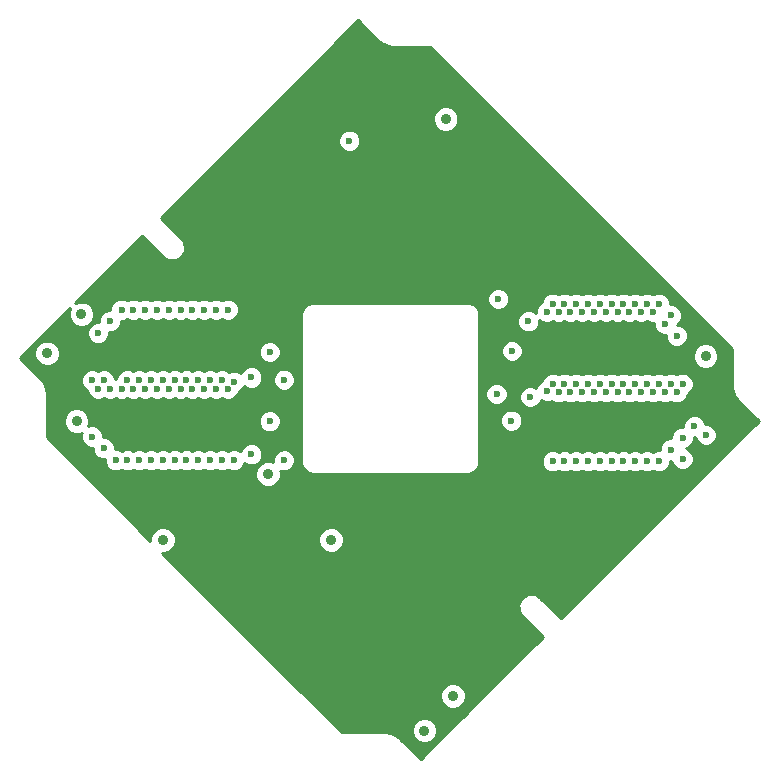
<source format=gbr>
G04 (created by PCBNEW-RS274X (2012-01-19 BZR 3256)-stable) date Wed Aug 28 15:53:45 2013*
G01*
G70*
G90*
%MOIN*%
G04 Gerber Fmt 3.4, Leading zero omitted, Abs format*
%FSLAX34Y34*%
G04 APERTURE LIST*
%ADD10C,0.006000*%
%ADD11C,0.023600*%
%ADD12C,0.035000*%
%ADD13C,0.010000*%
G04 APERTURE END LIST*
G54D10*
G54D11*
X67224Y-20295D03*
X48524Y-18209D03*
X48524Y-20453D03*
X67224Y-22480D03*
X67224Y-18012D03*
X48917Y-20453D03*
X48917Y-17815D03*
X66831Y-22874D03*
X66831Y-17618D03*
X66831Y-20295D03*
X68400Y-22000D03*
X67618Y-22800D03*
X56511Y-12189D03*
X48130Y-20453D03*
X48130Y-18602D03*
X67618Y-20295D03*
X67618Y-22087D03*
X49311Y-17815D03*
X49311Y-20453D03*
X66437Y-20295D03*
X66437Y-17618D03*
X66437Y-22874D03*
X65846Y-17894D03*
X65846Y-20571D03*
X49902Y-20177D03*
X49902Y-22835D03*
X65059Y-17894D03*
X65059Y-20571D03*
X50689Y-20177D03*
X50689Y-22835D03*
G54D12*
X58169Y-10059D03*
X55748Y-10295D03*
G54D11*
X53878Y-17756D03*
X53858Y-20433D03*
X61909Y-22854D03*
X61550Y-13700D03*
X61929Y-20295D03*
G54D12*
X68445Y-22657D03*
X68583Y-21476D03*
X57343Y-29528D03*
X47559Y-19252D03*
G54D11*
X63878Y-17894D03*
X63878Y-20571D03*
X51870Y-20177D03*
X51870Y-22835D03*
X64272Y-17894D03*
X64272Y-20571D03*
X51476Y-20177D03*
X51476Y-22835D03*
X63287Y-20295D03*
X63287Y-22874D03*
X52461Y-20453D03*
X52461Y-17815D03*
X63287Y-17618D03*
X63091Y-17894D03*
X63091Y-20531D03*
X52657Y-22835D03*
X52657Y-20217D03*
X65453Y-20571D03*
X50295Y-20177D03*
X50295Y-22835D03*
X65453Y-17894D03*
X48720Y-22835D03*
X66634Y-20571D03*
X49114Y-22835D03*
X49114Y-20177D03*
X66634Y-17894D03*
X68012Y-21693D03*
X53858Y-21535D03*
X53858Y-19232D03*
X61929Y-19193D03*
X61909Y-21516D03*
X48327Y-20177D03*
X48327Y-22441D03*
X67028Y-20571D03*
X67028Y-18287D03*
X47933Y-20177D03*
X47933Y-22047D03*
X67421Y-20571D03*
X67421Y-18681D03*
X63484Y-17894D03*
X63484Y-20571D03*
X52264Y-20177D03*
X52264Y-22835D03*
X65256Y-20295D03*
X65256Y-22874D03*
X50492Y-17815D03*
X50492Y-20453D03*
X65256Y-17618D03*
X65650Y-20295D03*
X65650Y-22874D03*
X50098Y-20453D03*
X50098Y-17815D03*
X65650Y-17618D03*
X66043Y-20295D03*
X66043Y-22874D03*
X49705Y-17815D03*
X49705Y-20453D03*
X66043Y-17618D03*
X64469Y-20295D03*
X64469Y-22874D03*
X51280Y-17815D03*
X51280Y-20453D03*
X64469Y-17618D03*
X64862Y-20295D03*
X64862Y-22874D03*
X50886Y-20453D03*
X50886Y-17815D03*
X64862Y-17618D03*
X63681Y-20295D03*
X63681Y-22874D03*
X52067Y-17815D03*
X52067Y-20453D03*
X63681Y-17618D03*
X64075Y-20295D03*
X64075Y-22874D03*
X51673Y-17815D03*
X51673Y-20453D03*
X64075Y-17618D03*
X64665Y-17894D03*
X64665Y-20571D03*
X51083Y-20177D03*
X51083Y-22835D03*
X61476Y-17461D03*
G54D12*
X46437Y-19272D03*
X47421Y-21535D03*
X59016Y-31850D03*
G54D11*
X54331Y-22835D03*
X54331Y-20157D03*
X61417Y-20630D03*
G54D12*
X53800Y-23300D03*
X55906Y-25492D03*
X50295Y-25492D03*
X47579Y-17972D03*
X68386Y-19370D03*
X59724Y-11457D03*
G54D11*
X53248Y-22638D03*
X53248Y-20079D03*
X62539Y-20728D03*
X62480Y-18209D03*
G54D12*
X59961Y-30689D03*
G54D11*
X66240Y-20571D03*
X49508Y-20177D03*
X49508Y-22835D03*
X66240Y-17894D03*
G54D10*
G36*
X70154Y-21526D02*
X68811Y-22869D01*
X68811Y-19455D01*
X68811Y-19286D01*
X68747Y-19130D01*
X68627Y-19010D01*
X68471Y-18945D01*
X68302Y-18945D01*
X68146Y-19009D01*
X68026Y-19129D01*
X67961Y-19285D01*
X67961Y-19454D01*
X68025Y-19610D01*
X68145Y-19730D01*
X68301Y-19795D01*
X68470Y-19795D01*
X68626Y-19731D01*
X68746Y-19611D01*
X68811Y-19455D01*
X68811Y-22869D01*
X68768Y-22912D01*
X68768Y-22073D01*
X68768Y-21927D01*
X68712Y-21792D01*
X68609Y-21688D01*
X68473Y-21632D01*
X68380Y-21632D01*
X68380Y-21620D01*
X68324Y-21485D01*
X68221Y-21381D01*
X68085Y-21325D01*
X67986Y-21325D01*
X67986Y-20368D01*
X67986Y-20222D01*
X67930Y-20087D01*
X67827Y-19983D01*
X67789Y-19967D01*
X67789Y-18754D01*
X67789Y-18608D01*
X67733Y-18473D01*
X67630Y-18369D01*
X67494Y-18313D01*
X67443Y-18313D01*
X67536Y-18221D01*
X67592Y-18085D01*
X67592Y-17939D01*
X67536Y-17804D01*
X67433Y-17700D01*
X67297Y-17644D01*
X67199Y-17644D01*
X67199Y-17545D01*
X67143Y-17410D01*
X67040Y-17306D01*
X66904Y-17250D01*
X66758Y-17250D01*
X66634Y-17301D01*
X66510Y-17250D01*
X66364Y-17250D01*
X66240Y-17301D01*
X66116Y-17250D01*
X65970Y-17250D01*
X65846Y-17301D01*
X65723Y-17250D01*
X65577Y-17250D01*
X65453Y-17301D01*
X65329Y-17250D01*
X65183Y-17250D01*
X65059Y-17301D01*
X64935Y-17250D01*
X64789Y-17250D01*
X64665Y-17301D01*
X64542Y-17250D01*
X64396Y-17250D01*
X64272Y-17301D01*
X64148Y-17250D01*
X64002Y-17250D01*
X63878Y-17301D01*
X63754Y-17250D01*
X63608Y-17250D01*
X63484Y-17301D01*
X63360Y-17250D01*
X63214Y-17250D01*
X63079Y-17306D01*
X62975Y-17409D01*
X62919Y-17545D01*
X62919Y-17567D01*
X62883Y-17582D01*
X62779Y-17685D01*
X62723Y-17821D01*
X62723Y-17931D01*
X62689Y-17897D01*
X62553Y-17841D01*
X62407Y-17841D01*
X62272Y-17897D01*
X62168Y-18000D01*
X62112Y-18136D01*
X62112Y-18282D01*
X62168Y-18417D01*
X62271Y-18521D01*
X62407Y-18577D01*
X62553Y-18577D01*
X62688Y-18521D01*
X62792Y-18418D01*
X62848Y-18282D01*
X62848Y-18171D01*
X62882Y-18206D01*
X63018Y-18262D01*
X63164Y-18262D01*
X63287Y-18210D01*
X63411Y-18262D01*
X63557Y-18262D01*
X63680Y-18210D01*
X63805Y-18262D01*
X63951Y-18262D01*
X64074Y-18210D01*
X64199Y-18262D01*
X64345Y-18262D01*
X64468Y-18210D01*
X64592Y-18262D01*
X64738Y-18262D01*
X64861Y-18210D01*
X64986Y-18262D01*
X65132Y-18262D01*
X65255Y-18210D01*
X65380Y-18262D01*
X65526Y-18262D01*
X65649Y-18210D01*
X65773Y-18262D01*
X65919Y-18262D01*
X66042Y-18210D01*
X66167Y-18262D01*
X66313Y-18262D01*
X66436Y-18210D01*
X66561Y-18262D01*
X66660Y-18262D01*
X66660Y-18360D01*
X66716Y-18495D01*
X66819Y-18599D01*
X66955Y-18655D01*
X67053Y-18655D01*
X67053Y-18754D01*
X67109Y-18889D01*
X67212Y-18993D01*
X67348Y-19049D01*
X67494Y-19049D01*
X67629Y-18993D01*
X67733Y-18890D01*
X67789Y-18754D01*
X67789Y-19967D01*
X67691Y-19927D01*
X67545Y-19927D01*
X67421Y-19978D01*
X67297Y-19927D01*
X67151Y-19927D01*
X67027Y-19978D01*
X66904Y-19927D01*
X66758Y-19927D01*
X66634Y-19978D01*
X66510Y-19927D01*
X66364Y-19927D01*
X66240Y-19978D01*
X66116Y-19927D01*
X65970Y-19927D01*
X65846Y-19978D01*
X65723Y-19927D01*
X65577Y-19927D01*
X65453Y-19978D01*
X65329Y-19927D01*
X65183Y-19927D01*
X65059Y-19978D01*
X64935Y-19927D01*
X64789Y-19927D01*
X64665Y-19978D01*
X64542Y-19927D01*
X64396Y-19927D01*
X64272Y-19978D01*
X64148Y-19927D01*
X64002Y-19927D01*
X63878Y-19978D01*
X63754Y-19927D01*
X63608Y-19927D01*
X63484Y-19978D01*
X63360Y-19927D01*
X63214Y-19927D01*
X63079Y-19983D01*
X62975Y-20086D01*
X62927Y-20200D01*
X62883Y-20219D01*
X62779Y-20322D01*
X62741Y-20413D01*
X62612Y-20360D01*
X62466Y-20360D01*
X62331Y-20416D01*
X62297Y-20449D01*
X62297Y-19266D01*
X62297Y-19120D01*
X62241Y-18985D01*
X62138Y-18881D01*
X62002Y-18825D01*
X61856Y-18825D01*
X61844Y-18829D01*
X61844Y-17534D01*
X61844Y-17388D01*
X61788Y-17253D01*
X61685Y-17149D01*
X61549Y-17093D01*
X61403Y-17093D01*
X61268Y-17149D01*
X61164Y-17252D01*
X61108Y-17388D01*
X61108Y-17534D01*
X61164Y-17669D01*
X61267Y-17773D01*
X61403Y-17829D01*
X61549Y-17829D01*
X61684Y-17773D01*
X61788Y-17670D01*
X61844Y-17534D01*
X61844Y-18829D01*
X61721Y-18881D01*
X61617Y-18984D01*
X61561Y-19120D01*
X61561Y-19266D01*
X61617Y-19401D01*
X61720Y-19505D01*
X61856Y-19561D01*
X62002Y-19561D01*
X62137Y-19505D01*
X62241Y-19402D01*
X62297Y-19266D01*
X62297Y-20449D01*
X62227Y-20519D01*
X62171Y-20655D01*
X62171Y-20801D01*
X62227Y-20936D01*
X62330Y-21040D01*
X62466Y-21096D01*
X62612Y-21096D01*
X62747Y-21040D01*
X62851Y-20937D01*
X62888Y-20845D01*
X63018Y-20899D01*
X63164Y-20899D01*
X63253Y-20861D01*
X63275Y-20883D01*
X63411Y-20939D01*
X63557Y-20939D01*
X63680Y-20887D01*
X63805Y-20939D01*
X63951Y-20939D01*
X64074Y-20887D01*
X64199Y-20939D01*
X64345Y-20939D01*
X64468Y-20887D01*
X64592Y-20939D01*
X64738Y-20939D01*
X64861Y-20887D01*
X64986Y-20939D01*
X65132Y-20939D01*
X65255Y-20887D01*
X65380Y-20939D01*
X65526Y-20939D01*
X65649Y-20887D01*
X65773Y-20939D01*
X65919Y-20939D01*
X66042Y-20887D01*
X66167Y-20939D01*
X66313Y-20939D01*
X66436Y-20887D01*
X66561Y-20939D01*
X66707Y-20939D01*
X66830Y-20887D01*
X66955Y-20939D01*
X67101Y-20939D01*
X67224Y-20887D01*
X67348Y-20939D01*
X67494Y-20939D01*
X67629Y-20883D01*
X67733Y-20780D01*
X67789Y-20644D01*
X67789Y-20622D01*
X67826Y-20607D01*
X67930Y-20504D01*
X67986Y-20368D01*
X67986Y-21325D01*
X67939Y-21325D01*
X67804Y-21381D01*
X67700Y-21484D01*
X67644Y-21620D01*
X67644Y-21719D01*
X67545Y-21719D01*
X67410Y-21775D01*
X67306Y-21878D01*
X67250Y-22014D01*
X67250Y-22112D01*
X67151Y-22112D01*
X67016Y-22168D01*
X66912Y-22271D01*
X66856Y-22407D01*
X66856Y-22506D01*
X66758Y-22506D01*
X66634Y-22557D01*
X66510Y-22506D01*
X66364Y-22506D01*
X66240Y-22557D01*
X66116Y-22506D01*
X65970Y-22506D01*
X65846Y-22557D01*
X65723Y-22506D01*
X65577Y-22506D01*
X65453Y-22557D01*
X65329Y-22506D01*
X65183Y-22506D01*
X65059Y-22557D01*
X64935Y-22506D01*
X64789Y-22506D01*
X64665Y-22557D01*
X64542Y-22506D01*
X64396Y-22506D01*
X64272Y-22557D01*
X64148Y-22506D01*
X64002Y-22506D01*
X63878Y-22557D01*
X63754Y-22506D01*
X63608Y-22506D01*
X63484Y-22557D01*
X63360Y-22506D01*
X63214Y-22506D01*
X63079Y-22562D01*
X62975Y-22665D01*
X62919Y-22801D01*
X62919Y-22947D01*
X62975Y-23082D01*
X63078Y-23186D01*
X63214Y-23242D01*
X63360Y-23242D01*
X63483Y-23190D01*
X63608Y-23242D01*
X63754Y-23242D01*
X63877Y-23190D01*
X64002Y-23242D01*
X64148Y-23242D01*
X64271Y-23190D01*
X64396Y-23242D01*
X64542Y-23242D01*
X64665Y-23190D01*
X64789Y-23242D01*
X64935Y-23242D01*
X65058Y-23190D01*
X65183Y-23242D01*
X65329Y-23242D01*
X65452Y-23190D01*
X65577Y-23242D01*
X65723Y-23242D01*
X65846Y-23190D01*
X65970Y-23242D01*
X66116Y-23242D01*
X66239Y-23190D01*
X66364Y-23242D01*
X66510Y-23242D01*
X66633Y-23190D01*
X66758Y-23242D01*
X66904Y-23242D01*
X67039Y-23186D01*
X67143Y-23083D01*
X67199Y-22947D01*
X67199Y-22848D01*
X67250Y-22848D01*
X67250Y-22873D01*
X67306Y-23008D01*
X67409Y-23112D01*
X67545Y-23168D01*
X67691Y-23168D01*
X67826Y-23112D01*
X67930Y-23009D01*
X67986Y-22873D01*
X67986Y-22727D01*
X67930Y-22592D01*
X67827Y-22488D01*
X67718Y-22443D01*
X67826Y-22399D01*
X67930Y-22296D01*
X67986Y-22160D01*
X67986Y-22061D01*
X68032Y-22061D01*
X68032Y-22073D01*
X68088Y-22208D01*
X68191Y-22312D01*
X68327Y-22368D01*
X68473Y-22368D01*
X68608Y-22312D01*
X68712Y-22209D01*
X68768Y-22073D01*
X68768Y-22912D01*
X63574Y-28106D01*
X62883Y-27416D01*
X62860Y-27400D01*
X62841Y-27382D01*
X62783Y-27344D01*
X62692Y-27308D01*
X62622Y-27295D01*
X62620Y-27295D01*
X62618Y-27295D01*
X62524Y-27296D01*
X62521Y-27297D01*
X62453Y-27312D01*
X62364Y-27351D01*
X62307Y-27389D01*
X62305Y-27391D01*
X62277Y-27420D01*
X62277Y-21589D01*
X62277Y-21443D01*
X62221Y-21308D01*
X62118Y-21204D01*
X61982Y-21148D01*
X61836Y-21148D01*
X61785Y-21169D01*
X61785Y-20703D01*
X61785Y-20557D01*
X61729Y-20422D01*
X61626Y-20318D01*
X61490Y-20262D01*
X61344Y-20262D01*
X61209Y-20318D01*
X61105Y-20421D01*
X61049Y-20557D01*
X61049Y-20703D01*
X61105Y-20838D01*
X61208Y-20942D01*
X61344Y-20998D01*
X61490Y-20998D01*
X61625Y-20942D01*
X61729Y-20839D01*
X61785Y-20703D01*
X61785Y-21169D01*
X61701Y-21204D01*
X61597Y-21307D01*
X61541Y-21443D01*
X61541Y-21589D01*
X61597Y-21724D01*
X61700Y-21828D01*
X61836Y-21884D01*
X61982Y-21884D01*
X62117Y-21828D01*
X62221Y-21725D01*
X62277Y-21589D01*
X62277Y-27420D01*
X62237Y-27462D01*
X62199Y-27520D01*
X62163Y-27611D01*
X62150Y-27681D01*
X62150Y-27682D01*
X62150Y-27683D01*
X62150Y-27685D01*
X62151Y-27779D01*
X62152Y-27781D01*
X62167Y-27849D01*
X62206Y-27939D01*
X62245Y-27997D01*
X62271Y-28022D01*
X62275Y-28028D01*
X62963Y-28717D01*
X60846Y-30834D01*
X60846Y-22902D01*
X60846Y-17980D01*
X60841Y-17954D01*
X60841Y-17931D01*
X60831Y-17880D01*
X60831Y-17879D01*
X60806Y-17818D01*
X60795Y-17790D01*
X60794Y-17789D01*
X60794Y-17788D01*
X60764Y-17743D01*
X60763Y-17742D01*
X60695Y-17674D01*
X60694Y-17673D01*
X60649Y-17643D01*
X60646Y-17642D01*
X60597Y-17622D01*
X60558Y-17606D01*
X60556Y-17605D01*
X60505Y-17596D01*
X60482Y-17596D01*
X60457Y-17591D01*
X60149Y-17591D01*
X60149Y-11542D01*
X60149Y-11373D01*
X60085Y-11217D01*
X59965Y-11097D01*
X59809Y-11032D01*
X59640Y-11032D01*
X59484Y-11096D01*
X59364Y-11216D01*
X59299Y-11372D01*
X59299Y-11541D01*
X59363Y-11697D01*
X59483Y-11817D01*
X59639Y-11882D01*
X59808Y-11882D01*
X59964Y-11818D01*
X60084Y-11698D01*
X60149Y-11542D01*
X60149Y-17591D01*
X56879Y-17591D01*
X56879Y-12262D01*
X56879Y-12116D01*
X56823Y-11981D01*
X56720Y-11877D01*
X56584Y-11821D01*
X56438Y-11821D01*
X56303Y-11877D01*
X56199Y-11980D01*
X56143Y-12116D01*
X56143Y-12262D01*
X56199Y-12397D01*
X56302Y-12501D01*
X56438Y-12557D01*
X56584Y-12557D01*
X56719Y-12501D01*
X56823Y-12398D01*
X56879Y-12262D01*
X56879Y-17591D01*
X55299Y-17591D01*
X55280Y-17594D01*
X55248Y-17595D01*
X55195Y-17606D01*
X55158Y-17621D01*
X55109Y-17641D01*
X55064Y-17670D01*
X55058Y-17675D01*
X55057Y-17676D01*
X55043Y-17690D01*
X54994Y-17738D01*
X54991Y-17743D01*
X54989Y-17746D01*
X54960Y-17790D01*
X54940Y-17839D01*
X54925Y-17876D01*
X54914Y-17929D01*
X54913Y-17956D01*
X54909Y-17980D01*
X54909Y-22902D01*
X54915Y-22932D01*
X54915Y-22950D01*
X54924Y-23001D01*
X54925Y-23003D01*
X54941Y-23042D01*
X54961Y-23091D01*
X54962Y-23094D01*
X54992Y-23139D01*
X54993Y-23140D01*
X55061Y-23208D01*
X55062Y-23209D01*
X55107Y-23239D01*
X55108Y-23239D01*
X55109Y-23240D01*
X55137Y-23251D01*
X55198Y-23276D01*
X55199Y-23276D01*
X55250Y-23286D01*
X55273Y-23286D01*
X55299Y-23291D01*
X60457Y-23291D01*
X60482Y-23286D01*
X60505Y-23286D01*
X60556Y-23277D01*
X60558Y-23276D01*
X60597Y-23260D01*
X60646Y-23240D01*
X60649Y-23239D01*
X60694Y-23209D01*
X60695Y-23208D01*
X60763Y-23140D01*
X60764Y-23139D01*
X60794Y-23094D01*
X60794Y-23092D01*
X60795Y-23092D01*
X60806Y-23063D01*
X60831Y-23003D01*
X60831Y-23002D01*
X60841Y-22951D01*
X60841Y-22927D01*
X60846Y-22902D01*
X60846Y-30834D01*
X60386Y-31294D01*
X60386Y-30774D01*
X60386Y-30605D01*
X60322Y-30449D01*
X60202Y-30329D01*
X60046Y-30264D01*
X59877Y-30264D01*
X59721Y-30328D01*
X59601Y-30448D01*
X59536Y-30604D01*
X59536Y-30773D01*
X59600Y-30929D01*
X59720Y-31049D01*
X59876Y-31114D01*
X60045Y-31114D01*
X60201Y-31050D01*
X60321Y-30930D01*
X60386Y-30774D01*
X60386Y-31294D01*
X59441Y-32239D01*
X59441Y-31935D01*
X59441Y-31766D01*
X59377Y-31610D01*
X59257Y-31490D01*
X59101Y-31425D01*
X58932Y-31425D01*
X58776Y-31489D01*
X58656Y-31609D01*
X58591Y-31765D01*
X58591Y-31934D01*
X58655Y-32090D01*
X58775Y-32210D01*
X58931Y-32275D01*
X59100Y-32275D01*
X59256Y-32211D01*
X59376Y-32091D01*
X59441Y-31935D01*
X59441Y-32239D01*
X58886Y-32794D01*
X58214Y-32122D01*
X58213Y-32120D01*
X58165Y-32072D01*
X58135Y-32051D01*
X58105Y-32026D01*
X57971Y-31953D01*
X57941Y-31943D01*
X57877Y-31923D01*
X57725Y-31907D01*
X57723Y-31907D01*
X57713Y-31905D01*
X56913Y-31905D01*
X56567Y-31905D01*
X56331Y-31905D01*
X56331Y-25577D01*
X56331Y-25408D01*
X56267Y-25252D01*
X56147Y-25132D01*
X55991Y-25067D01*
X55822Y-25067D01*
X55666Y-25131D01*
X55546Y-25251D01*
X55481Y-25407D01*
X55481Y-25576D01*
X55545Y-25732D01*
X55665Y-25852D01*
X55821Y-25917D01*
X55990Y-25917D01*
X56146Y-25853D01*
X56266Y-25733D01*
X56331Y-25577D01*
X56331Y-31905D01*
X56258Y-31905D01*
X54699Y-30346D01*
X54699Y-22908D01*
X54699Y-22762D01*
X54699Y-20230D01*
X54699Y-20084D01*
X54643Y-19949D01*
X54540Y-19845D01*
X54404Y-19789D01*
X54258Y-19789D01*
X54226Y-19802D01*
X54226Y-19305D01*
X54226Y-19159D01*
X54170Y-19024D01*
X54067Y-18920D01*
X53931Y-18864D01*
X53785Y-18864D01*
X53650Y-18920D01*
X53546Y-19023D01*
X53490Y-19159D01*
X53490Y-19305D01*
X53546Y-19440D01*
X53649Y-19544D01*
X53785Y-19600D01*
X53931Y-19600D01*
X54066Y-19544D01*
X54170Y-19441D01*
X54226Y-19305D01*
X54226Y-19802D01*
X54123Y-19845D01*
X54019Y-19948D01*
X53963Y-20084D01*
X53963Y-20230D01*
X54019Y-20365D01*
X54122Y-20469D01*
X54258Y-20525D01*
X54404Y-20525D01*
X54539Y-20469D01*
X54643Y-20366D01*
X54699Y-20230D01*
X54699Y-22762D01*
X54643Y-22627D01*
X54540Y-22523D01*
X54404Y-22467D01*
X54258Y-22467D01*
X54226Y-22480D01*
X54226Y-21608D01*
X54226Y-21462D01*
X54170Y-21327D01*
X54067Y-21223D01*
X53931Y-21167D01*
X53785Y-21167D01*
X53650Y-21223D01*
X53616Y-21256D01*
X53616Y-20152D01*
X53616Y-20006D01*
X53560Y-19871D01*
X53457Y-19767D01*
X53321Y-19711D01*
X53175Y-19711D01*
X53040Y-19767D01*
X52936Y-19870D01*
X52905Y-19944D01*
X52866Y-19905D01*
X52829Y-19889D01*
X52829Y-17888D01*
X52829Y-17742D01*
X52773Y-17607D01*
X52670Y-17503D01*
X52534Y-17447D01*
X52388Y-17447D01*
X52264Y-17498D01*
X52140Y-17447D01*
X51994Y-17447D01*
X51870Y-17498D01*
X51746Y-17447D01*
X51600Y-17447D01*
X51476Y-17498D01*
X51353Y-17447D01*
X51207Y-17447D01*
X51083Y-17498D01*
X50959Y-17447D01*
X50813Y-17447D01*
X50689Y-17498D01*
X50565Y-17447D01*
X50419Y-17447D01*
X50295Y-17498D01*
X50171Y-17447D01*
X50025Y-17447D01*
X49901Y-17498D01*
X49778Y-17447D01*
X49632Y-17447D01*
X49508Y-17498D01*
X49384Y-17447D01*
X49238Y-17447D01*
X49114Y-17498D01*
X48990Y-17447D01*
X48844Y-17447D01*
X48709Y-17503D01*
X48605Y-17606D01*
X48549Y-17742D01*
X48549Y-17841D01*
X48451Y-17841D01*
X48316Y-17897D01*
X48212Y-18000D01*
X48156Y-18136D01*
X48156Y-18234D01*
X48057Y-18234D01*
X47922Y-18290D01*
X47818Y-18393D01*
X47762Y-18529D01*
X47762Y-18675D01*
X47818Y-18810D01*
X47921Y-18914D01*
X48057Y-18970D01*
X48203Y-18970D01*
X48338Y-18914D01*
X48442Y-18811D01*
X48498Y-18675D01*
X48498Y-18577D01*
X48597Y-18577D01*
X48732Y-18521D01*
X48836Y-18418D01*
X48892Y-18282D01*
X48892Y-18183D01*
X48990Y-18183D01*
X49113Y-18131D01*
X49238Y-18183D01*
X49384Y-18183D01*
X49507Y-18131D01*
X49632Y-18183D01*
X49778Y-18183D01*
X49901Y-18131D01*
X50025Y-18183D01*
X50171Y-18183D01*
X50294Y-18131D01*
X50419Y-18183D01*
X50565Y-18183D01*
X50688Y-18131D01*
X50813Y-18183D01*
X50959Y-18183D01*
X51082Y-18131D01*
X51207Y-18183D01*
X51353Y-18183D01*
X51476Y-18131D01*
X51600Y-18183D01*
X51746Y-18183D01*
X51869Y-18131D01*
X51994Y-18183D01*
X52140Y-18183D01*
X52263Y-18131D01*
X52388Y-18183D01*
X52534Y-18183D01*
X52669Y-18127D01*
X52773Y-18024D01*
X52829Y-17888D01*
X52829Y-19889D01*
X52730Y-19849D01*
X52584Y-19849D01*
X52494Y-19886D01*
X52473Y-19865D01*
X52337Y-19809D01*
X52191Y-19809D01*
X52067Y-19860D01*
X51943Y-19809D01*
X51797Y-19809D01*
X51673Y-19860D01*
X51549Y-19809D01*
X51403Y-19809D01*
X51279Y-19860D01*
X51156Y-19809D01*
X51010Y-19809D01*
X50886Y-19860D01*
X50762Y-19809D01*
X50616Y-19809D01*
X50492Y-19860D01*
X50368Y-19809D01*
X50222Y-19809D01*
X50098Y-19860D01*
X49975Y-19809D01*
X49829Y-19809D01*
X49705Y-19860D01*
X49581Y-19809D01*
X49435Y-19809D01*
X49311Y-19860D01*
X49187Y-19809D01*
X49041Y-19809D01*
X48906Y-19865D01*
X48802Y-19968D01*
X48746Y-20104D01*
X48746Y-20125D01*
X48720Y-20136D01*
X48695Y-20125D01*
X48695Y-20104D01*
X48639Y-19969D01*
X48536Y-19865D01*
X48400Y-19809D01*
X48254Y-19809D01*
X48130Y-19860D01*
X48006Y-19809D01*
X47860Y-19809D01*
X47725Y-19865D01*
X47621Y-19968D01*
X47565Y-20104D01*
X47565Y-20250D01*
X47621Y-20385D01*
X47724Y-20489D01*
X47762Y-20504D01*
X47762Y-20526D01*
X47818Y-20661D01*
X47921Y-20765D01*
X48057Y-20821D01*
X48203Y-20821D01*
X48326Y-20769D01*
X48451Y-20821D01*
X48597Y-20821D01*
X48720Y-20769D01*
X48844Y-20821D01*
X48990Y-20821D01*
X49113Y-20769D01*
X49238Y-20821D01*
X49384Y-20821D01*
X49507Y-20769D01*
X49632Y-20821D01*
X49778Y-20821D01*
X49901Y-20769D01*
X50025Y-20821D01*
X50171Y-20821D01*
X50294Y-20769D01*
X50419Y-20821D01*
X50565Y-20821D01*
X50688Y-20769D01*
X50813Y-20821D01*
X50959Y-20821D01*
X51082Y-20769D01*
X51207Y-20821D01*
X51353Y-20821D01*
X51476Y-20769D01*
X51600Y-20821D01*
X51746Y-20821D01*
X51869Y-20769D01*
X51994Y-20821D01*
X52140Y-20821D01*
X52263Y-20769D01*
X52388Y-20821D01*
X52534Y-20821D01*
X52669Y-20765D01*
X52773Y-20662D01*
X52820Y-20547D01*
X52865Y-20529D01*
X52969Y-20426D01*
X52999Y-20351D01*
X53039Y-20391D01*
X53175Y-20447D01*
X53321Y-20447D01*
X53456Y-20391D01*
X53560Y-20288D01*
X53616Y-20152D01*
X53616Y-21256D01*
X53546Y-21326D01*
X53490Y-21462D01*
X53490Y-21608D01*
X53546Y-21743D01*
X53649Y-21847D01*
X53785Y-21903D01*
X53931Y-21903D01*
X54066Y-21847D01*
X54170Y-21744D01*
X54226Y-21608D01*
X54226Y-22480D01*
X54123Y-22523D01*
X54019Y-22626D01*
X53963Y-22762D01*
X53963Y-22907D01*
X53885Y-22875D01*
X53716Y-22875D01*
X53616Y-22916D01*
X53616Y-22711D01*
X53616Y-22565D01*
X53560Y-22430D01*
X53457Y-22326D01*
X53321Y-22270D01*
X53175Y-22270D01*
X53040Y-22326D01*
X52936Y-22429D01*
X52888Y-22545D01*
X52866Y-22523D01*
X52730Y-22467D01*
X52584Y-22467D01*
X52460Y-22518D01*
X52337Y-22467D01*
X52191Y-22467D01*
X52067Y-22518D01*
X51943Y-22467D01*
X51797Y-22467D01*
X51673Y-22518D01*
X51549Y-22467D01*
X51403Y-22467D01*
X51279Y-22518D01*
X51156Y-22467D01*
X51010Y-22467D01*
X50886Y-22518D01*
X50762Y-22467D01*
X50616Y-22467D01*
X50492Y-22518D01*
X50368Y-22467D01*
X50222Y-22467D01*
X50098Y-22518D01*
X49975Y-22467D01*
X49829Y-22467D01*
X49705Y-22518D01*
X49581Y-22467D01*
X49435Y-22467D01*
X49311Y-22518D01*
X49187Y-22467D01*
X49041Y-22467D01*
X48917Y-22518D01*
X48793Y-22467D01*
X48695Y-22467D01*
X48695Y-22368D01*
X48639Y-22233D01*
X48536Y-22129D01*
X48400Y-22073D01*
X48301Y-22073D01*
X48301Y-21974D01*
X48245Y-21839D01*
X48142Y-21735D01*
X48006Y-21679D01*
X47860Y-21679D01*
X47813Y-21698D01*
X47846Y-21620D01*
X47846Y-21451D01*
X47782Y-21295D01*
X47662Y-21175D01*
X47506Y-21110D01*
X47337Y-21110D01*
X47181Y-21174D01*
X47061Y-21294D01*
X46996Y-21450D01*
X46996Y-21619D01*
X47060Y-21775D01*
X47180Y-21895D01*
X47336Y-21960D01*
X47505Y-21960D01*
X47584Y-21927D01*
X47565Y-21974D01*
X47565Y-22120D01*
X47621Y-22255D01*
X47724Y-22359D01*
X47860Y-22415D01*
X47959Y-22415D01*
X47959Y-22514D01*
X48015Y-22649D01*
X48118Y-22753D01*
X48254Y-22809D01*
X48352Y-22809D01*
X48352Y-22908D01*
X48408Y-23043D01*
X48511Y-23147D01*
X48647Y-23203D01*
X48793Y-23203D01*
X48916Y-23151D01*
X49041Y-23203D01*
X49187Y-23203D01*
X49310Y-23151D01*
X49435Y-23203D01*
X49581Y-23203D01*
X49704Y-23151D01*
X49829Y-23203D01*
X49975Y-23203D01*
X50098Y-23151D01*
X50222Y-23203D01*
X50368Y-23203D01*
X50491Y-23151D01*
X50616Y-23203D01*
X50762Y-23203D01*
X50885Y-23151D01*
X51010Y-23203D01*
X51156Y-23203D01*
X51279Y-23151D01*
X51403Y-23203D01*
X51549Y-23203D01*
X51672Y-23151D01*
X51797Y-23203D01*
X51943Y-23203D01*
X52066Y-23151D01*
X52191Y-23203D01*
X52337Y-23203D01*
X52460Y-23151D01*
X52584Y-23203D01*
X52730Y-23203D01*
X52865Y-23147D01*
X52969Y-23044D01*
X53016Y-22927D01*
X53039Y-22950D01*
X53175Y-23006D01*
X53321Y-23006D01*
X53456Y-22950D01*
X53560Y-22847D01*
X53616Y-22711D01*
X53616Y-22916D01*
X53560Y-22939D01*
X53440Y-23059D01*
X53375Y-23215D01*
X53375Y-23384D01*
X53439Y-23540D01*
X53559Y-23660D01*
X53715Y-23725D01*
X53884Y-23725D01*
X54040Y-23661D01*
X54160Y-23541D01*
X54225Y-23385D01*
X54225Y-23216D01*
X54211Y-23184D01*
X54258Y-23203D01*
X54404Y-23203D01*
X54539Y-23147D01*
X54643Y-23044D01*
X54699Y-22908D01*
X54699Y-30346D01*
X50270Y-25917D01*
X50379Y-25917D01*
X50535Y-25853D01*
X50655Y-25733D01*
X50720Y-25577D01*
X50720Y-25408D01*
X50656Y-25252D01*
X50536Y-25132D01*
X50380Y-25067D01*
X50211Y-25067D01*
X50055Y-25131D01*
X49935Y-25251D01*
X49870Y-25407D01*
X49870Y-25516D01*
X46862Y-22508D01*
X46862Y-19357D01*
X46862Y-19188D01*
X46798Y-19032D01*
X46678Y-18912D01*
X46522Y-18847D01*
X46353Y-18847D01*
X46197Y-18911D01*
X46077Y-19031D01*
X46012Y-19187D01*
X46012Y-19356D01*
X46076Y-19512D01*
X46196Y-19632D01*
X46352Y-19697D01*
X46521Y-19697D01*
X46677Y-19633D01*
X46797Y-19513D01*
X46862Y-19357D01*
X46862Y-22508D01*
X46421Y-22067D01*
X46421Y-21756D01*
X46421Y-21413D01*
X46421Y-20626D01*
X46421Y-20610D01*
X46421Y-20557D01*
X46414Y-20524D01*
X46411Y-20486D01*
X46368Y-20339D01*
X46323Y-20252D01*
X46320Y-20249D01*
X46227Y-20132D01*
X46223Y-20129D01*
X46217Y-20119D01*
X45535Y-19437D01*
X47202Y-17770D01*
X47154Y-17887D01*
X47154Y-18056D01*
X47218Y-18212D01*
X47338Y-18332D01*
X47494Y-18397D01*
X47663Y-18397D01*
X47819Y-18333D01*
X47939Y-18213D01*
X48004Y-18057D01*
X48004Y-17888D01*
X47940Y-17732D01*
X47820Y-17612D01*
X47664Y-17547D01*
X47495Y-17547D01*
X47378Y-17595D01*
X49606Y-15367D01*
X50294Y-16055D01*
X50298Y-16058D01*
X50330Y-16089D01*
X50390Y-16128D01*
X50391Y-16128D01*
X50393Y-16130D01*
X50442Y-16149D01*
X50480Y-16165D01*
X50481Y-16164D01*
X50484Y-16166D01*
X50556Y-16179D01*
X50558Y-16178D01*
X50559Y-16179D01*
X50654Y-16177D01*
X50656Y-16177D01*
X50722Y-16162D01*
X50724Y-16162D01*
X50725Y-16161D01*
X50727Y-16161D01*
X50745Y-16152D01*
X50814Y-16123D01*
X50816Y-16121D01*
X50873Y-16083D01*
X50873Y-16082D01*
X50874Y-16082D01*
X50942Y-16013D01*
X50943Y-16012D01*
X50982Y-15952D01*
X50982Y-15950D01*
X50984Y-15949D01*
X51003Y-15899D01*
X51019Y-15862D01*
X51018Y-15860D01*
X51020Y-15858D01*
X51033Y-15786D01*
X51032Y-15783D01*
X51033Y-15783D01*
X51031Y-15688D01*
X51031Y-15685D01*
X51015Y-15617D01*
X51015Y-15615D01*
X50998Y-15577D01*
X50977Y-15527D01*
X50975Y-15525D01*
X50936Y-15468D01*
X50912Y-15445D01*
X50906Y-15435D01*
X50221Y-14751D01*
X56802Y-08170D01*
X57480Y-08848D01*
X57483Y-08851D01*
X57528Y-08896D01*
X57554Y-08913D01*
X57583Y-08937D01*
X57717Y-09011D01*
X57718Y-09011D01*
X57810Y-09040D01*
X57810Y-09039D01*
X57811Y-09040D01*
X57963Y-09057D01*
X57965Y-09056D01*
X57976Y-09059D01*
X58776Y-09059D01*
X59203Y-09059D01*
X69268Y-19124D01*
X69268Y-19551D01*
X69268Y-20339D01*
X69268Y-20408D01*
X69274Y-20440D01*
X69278Y-20479D01*
X69321Y-20626D01*
X69366Y-20713D01*
X69462Y-20832D01*
X69473Y-20841D01*
X69480Y-20851D01*
X70154Y-21526D01*
X70154Y-21526D01*
G37*
G54D13*
X70154Y-21526D02*
X68811Y-22869D01*
X68811Y-19455D01*
X68811Y-19286D01*
X68747Y-19130D01*
X68627Y-19010D01*
X68471Y-18945D01*
X68302Y-18945D01*
X68146Y-19009D01*
X68026Y-19129D01*
X67961Y-19285D01*
X67961Y-19454D01*
X68025Y-19610D01*
X68145Y-19730D01*
X68301Y-19795D01*
X68470Y-19795D01*
X68626Y-19731D01*
X68746Y-19611D01*
X68811Y-19455D01*
X68811Y-22869D01*
X68768Y-22912D01*
X68768Y-22073D01*
X68768Y-21927D01*
X68712Y-21792D01*
X68609Y-21688D01*
X68473Y-21632D01*
X68380Y-21632D01*
X68380Y-21620D01*
X68324Y-21485D01*
X68221Y-21381D01*
X68085Y-21325D01*
X67986Y-21325D01*
X67986Y-20368D01*
X67986Y-20222D01*
X67930Y-20087D01*
X67827Y-19983D01*
X67789Y-19967D01*
X67789Y-18754D01*
X67789Y-18608D01*
X67733Y-18473D01*
X67630Y-18369D01*
X67494Y-18313D01*
X67443Y-18313D01*
X67536Y-18221D01*
X67592Y-18085D01*
X67592Y-17939D01*
X67536Y-17804D01*
X67433Y-17700D01*
X67297Y-17644D01*
X67199Y-17644D01*
X67199Y-17545D01*
X67143Y-17410D01*
X67040Y-17306D01*
X66904Y-17250D01*
X66758Y-17250D01*
X66634Y-17301D01*
X66510Y-17250D01*
X66364Y-17250D01*
X66240Y-17301D01*
X66116Y-17250D01*
X65970Y-17250D01*
X65846Y-17301D01*
X65723Y-17250D01*
X65577Y-17250D01*
X65453Y-17301D01*
X65329Y-17250D01*
X65183Y-17250D01*
X65059Y-17301D01*
X64935Y-17250D01*
X64789Y-17250D01*
X64665Y-17301D01*
X64542Y-17250D01*
X64396Y-17250D01*
X64272Y-17301D01*
X64148Y-17250D01*
X64002Y-17250D01*
X63878Y-17301D01*
X63754Y-17250D01*
X63608Y-17250D01*
X63484Y-17301D01*
X63360Y-17250D01*
X63214Y-17250D01*
X63079Y-17306D01*
X62975Y-17409D01*
X62919Y-17545D01*
X62919Y-17567D01*
X62883Y-17582D01*
X62779Y-17685D01*
X62723Y-17821D01*
X62723Y-17931D01*
X62689Y-17897D01*
X62553Y-17841D01*
X62407Y-17841D01*
X62272Y-17897D01*
X62168Y-18000D01*
X62112Y-18136D01*
X62112Y-18282D01*
X62168Y-18417D01*
X62271Y-18521D01*
X62407Y-18577D01*
X62553Y-18577D01*
X62688Y-18521D01*
X62792Y-18418D01*
X62848Y-18282D01*
X62848Y-18171D01*
X62882Y-18206D01*
X63018Y-18262D01*
X63164Y-18262D01*
X63287Y-18210D01*
X63411Y-18262D01*
X63557Y-18262D01*
X63680Y-18210D01*
X63805Y-18262D01*
X63951Y-18262D01*
X64074Y-18210D01*
X64199Y-18262D01*
X64345Y-18262D01*
X64468Y-18210D01*
X64592Y-18262D01*
X64738Y-18262D01*
X64861Y-18210D01*
X64986Y-18262D01*
X65132Y-18262D01*
X65255Y-18210D01*
X65380Y-18262D01*
X65526Y-18262D01*
X65649Y-18210D01*
X65773Y-18262D01*
X65919Y-18262D01*
X66042Y-18210D01*
X66167Y-18262D01*
X66313Y-18262D01*
X66436Y-18210D01*
X66561Y-18262D01*
X66660Y-18262D01*
X66660Y-18360D01*
X66716Y-18495D01*
X66819Y-18599D01*
X66955Y-18655D01*
X67053Y-18655D01*
X67053Y-18754D01*
X67109Y-18889D01*
X67212Y-18993D01*
X67348Y-19049D01*
X67494Y-19049D01*
X67629Y-18993D01*
X67733Y-18890D01*
X67789Y-18754D01*
X67789Y-19967D01*
X67691Y-19927D01*
X67545Y-19927D01*
X67421Y-19978D01*
X67297Y-19927D01*
X67151Y-19927D01*
X67027Y-19978D01*
X66904Y-19927D01*
X66758Y-19927D01*
X66634Y-19978D01*
X66510Y-19927D01*
X66364Y-19927D01*
X66240Y-19978D01*
X66116Y-19927D01*
X65970Y-19927D01*
X65846Y-19978D01*
X65723Y-19927D01*
X65577Y-19927D01*
X65453Y-19978D01*
X65329Y-19927D01*
X65183Y-19927D01*
X65059Y-19978D01*
X64935Y-19927D01*
X64789Y-19927D01*
X64665Y-19978D01*
X64542Y-19927D01*
X64396Y-19927D01*
X64272Y-19978D01*
X64148Y-19927D01*
X64002Y-19927D01*
X63878Y-19978D01*
X63754Y-19927D01*
X63608Y-19927D01*
X63484Y-19978D01*
X63360Y-19927D01*
X63214Y-19927D01*
X63079Y-19983D01*
X62975Y-20086D01*
X62927Y-20200D01*
X62883Y-20219D01*
X62779Y-20322D01*
X62741Y-20413D01*
X62612Y-20360D01*
X62466Y-20360D01*
X62331Y-20416D01*
X62297Y-20449D01*
X62297Y-19266D01*
X62297Y-19120D01*
X62241Y-18985D01*
X62138Y-18881D01*
X62002Y-18825D01*
X61856Y-18825D01*
X61844Y-18829D01*
X61844Y-17534D01*
X61844Y-17388D01*
X61788Y-17253D01*
X61685Y-17149D01*
X61549Y-17093D01*
X61403Y-17093D01*
X61268Y-17149D01*
X61164Y-17252D01*
X61108Y-17388D01*
X61108Y-17534D01*
X61164Y-17669D01*
X61267Y-17773D01*
X61403Y-17829D01*
X61549Y-17829D01*
X61684Y-17773D01*
X61788Y-17670D01*
X61844Y-17534D01*
X61844Y-18829D01*
X61721Y-18881D01*
X61617Y-18984D01*
X61561Y-19120D01*
X61561Y-19266D01*
X61617Y-19401D01*
X61720Y-19505D01*
X61856Y-19561D01*
X62002Y-19561D01*
X62137Y-19505D01*
X62241Y-19402D01*
X62297Y-19266D01*
X62297Y-20449D01*
X62227Y-20519D01*
X62171Y-20655D01*
X62171Y-20801D01*
X62227Y-20936D01*
X62330Y-21040D01*
X62466Y-21096D01*
X62612Y-21096D01*
X62747Y-21040D01*
X62851Y-20937D01*
X62888Y-20845D01*
X63018Y-20899D01*
X63164Y-20899D01*
X63253Y-20861D01*
X63275Y-20883D01*
X63411Y-20939D01*
X63557Y-20939D01*
X63680Y-20887D01*
X63805Y-20939D01*
X63951Y-20939D01*
X64074Y-20887D01*
X64199Y-20939D01*
X64345Y-20939D01*
X64468Y-20887D01*
X64592Y-20939D01*
X64738Y-20939D01*
X64861Y-20887D01*
X64986Y-20939D01*
X65132Y-20939D01*
X65255Y-20887D01*
X65380Y-20939D01*
X65526Y-20939D01*
X65649Y-20887D01*
X65773Y-20939D01*
X65919Y-20939D01*
X66042Y-20887D01*
X66167Y-20939D01*
X66313Y-20939D01*
X66436Y-20887D01*
X66561Y-20939D01*
X66707Y-20939D01*
X66830Y-20887D01*
X66955Y-20939D01*
X67101Y-20939D01*
X67224Y-20887D01*
X67348Y-20939D01*
X67494Y-20939D01*
X67629Y-20883D01*
X67733Y-20780D01*
X67789Y-20644D01*
X67789Y-20622D01*
X67826Y-20607D01*
X67930Y-20504D01*
X67986Y-20368D01*
X67986Y-21325D01*
X67939Y-21325D01*
X67804Y-21381D01*
X67700Y-21484D01*
X67644Y-21620D01*
X67644Y-21719D01*
X67545Y-21719D01*
X67410Y-21775D01*
X67306Y-21878D01*
X67250Y-22014D01*
X67250Y-22112D01*
X67151Y-22112D01*
X67016Y-22168D01*
X66912Y-22271D01*
X66856Y-22407D01*
X66856Y-22506D01*
X66758Y-22506D01*
X66634Y-22557D01*
X66510Y-22506D01*
X66364Y-22506D01*
X66240Y-22557D01*
X66116Y-22506D01*
X65970Y-22506D01*
X65846Y-22557D01*
X65723Y-22506D01*
X65577Y-22506D01*
X65453Y-22557D01*
X65329Y-22506D01*
X65183Y-22506D01*
X65059Y-22557D01*
X64935Y-22506D01*
X64789Y-22506D01*
X64665Y-22557D01*
X64542Y-22506D01*
X64396Y-22506D01*
X64272Y-22557D01*
X64148Y-22506D01*
X64002Y-22506D01*
X63878Y-22557D01*
X63754Y-22506D01*
X63608Y-22506D01*
X63484Y-22557D01*
X63360Y-22506D01*
X63214Y-22506D01*
X63079Y-22562D01*
X62975Y-22665D01*
X62919Y-22801D01*
X62919Y-22947D01*
X62975Y-23082D01*
X63078Y-23186D01*
X63214Y-23242D01*
X63360Y-23242D01*
X63483Y-23190D01*
X63608Y-23242D01*
X63754Y-23242D01*
X63877Y-23190D01*
X64002Y-23242D01*
X64148Y-23242D01*
X64271Y-23190D01*
X64396Y-23242D01*
X64542Y-23242D01*
X64665Y-23190D01*
X64789Y-23242D01*
X64935Y-23242D01*
X65058Y-23190D01*
X65183Y-23242D01*
X65329Y-23242D01*
X65452Y-23190D01*
X65577Y-23242D01*
X65723Y-23242D01*
X65846Y-23190D01*
X65970Y-23242D01*
X66116Y-23242D01*
X66239Y-23190D01*
X66364Y-23242D01*
X66510Y-23242D01*
X66633Y-23190D01*
X66758Y-23242D01*
X66904Y-23242D01*
X67039Y-23186D01*
X67143Y-23083D01*
X67199Y-22947D01*
X67199Y-22848D01*
X67250Y-22848D01*
X67250Y-22873D01*
X67306Y-23008D01*
X67409Y-23112D01*
X67545Y-23168D01*
X67691Y-23168D01*
X67826Y-23112D01*
X67930Y-23009D01*
X67986Y-22873D01*
X67986Y-22727D01*
X67930Y-22592D01*
X67827Y-22488D01*
X67718Y-22443D01*
X67826Y-22399D01*
X67930Y-22296D01*
X67986Y-22160D01*
X67986Y-22061D01*
X68032Y-22061D01*
X68032Y-22073D01*
X68088Y-22208D01*
X68191Y-22312D01*
X68327Y-22368D01*
X68473Y-22368D01*
X68608Y-22312D01*
X68712Y-22209D01*
X68768Y-22073D01*
X68768Y-22912D01*
X63574Y-28106D01*
X62883Y-27416D01*
X62860Y-27400D01*
X62841Y-27382D01*
X62783Y-27344D01*
X62692Y-27308D01*
X62622Y-27295D01*
X62620Y-27295D01*
X62618Y-27295D01*
X62524Y-27296D01*
X62521Y-27297D01*
X62453Y-27312D01*
X62364Y-27351D01*
X62307Y-27389D01*
X62305Y-27391D01*
X62277Y-27420D01*
X62277Y-21589D01*
X62277Y-21443D01*
X62221Y-21308D01*
X62118Y-21204D01*
X61982Y-21148D01*
X61836Y-21148D01*
X61785Y-21169D01*
X61785Y-20703D01*
X61785Y-20557D01*
X61729Y-20422D01*
X61626Y-20318D01*
X61490Y-20262D01*
X61344Y-20262D01*
X61209Y-20318D01*
X61105Y-20421D01*
X61049Y-20557D01*
X61049Y-20703D01*
X61105Y-20838D01*
X61208Y-20942D01*
X61344Y-20998D01*
X61490Y-20998D01*
X61625Y-20942D01*
X61729Y-20839D01*
X61785Y-20703D01*
X61785Y-21169D01*
X61701Y-21204D01*
X61597Y-21307D01*
X61541Y-21443D01*
X61541Y-21589D01*
X61597Y-21724D01*
X61700Y-21828D01*
X61836Y-21884D01*
X61982Y-21884D01*
X62117Y-21828D01*
X62221Y-21725D01*
X62277Y-21589D01*
X62277Y-27420D01*
X62237Y-27462D01*
X62199Y-27520D01*
X62163Y-27611D01*
X62150Y-27681D01*
X62150Y-27682D01*
X62150Y-27683D01*
X62150Y-27685D01*
X62151Y-27779D01*
X62152Y-27781D01*
X62167Y-27849D01*
X62206Y-27939D01*
X62245Y-27997D01*
X62271Y-28022D01*
X62275Y-28028D01*
X62963Y-28717D01*
X60846Y-30834D01*
X60846Y-22902D01*
X60846Y-17980D01*
X60841Y-17954D01*
X60841Y-17931D01*
X60831Y-17880D01*
X60831Y-17879D01*
X60806Y-17818D01*
X60795Y-17790D01*
X60794Y-17789D01*
X60794Y-17788D01*
X60764Y-17743D01*
X60763Y-17742D01*
X60695Y-17674D01*
X60694Y-17673D01*
X60649Y-17643D01*
X60646Y-17642D01*
X60597Y-17622D01*
X60558Y-17606D01*
X60556Y-17605D01*
X60505Y-17596D01*
X60482Y-17596D01*
X60457Y-17591D01*
X60149Y-17591D01*
X60149Y-11542D01*
X60149Y-11373D01*
X60085Y-11217D01*
X59965Y-11097D01*
X59809Y-11032D01*
X59640Y-11032D01*
X59484Y-11096D01*
X59364Y-11216D01*
X59299Y-11372D01*
X59299Y-11541D01*
X59363Y-11697D01*
X59483Y-11817D01*
X59639Y-11882D01*
X59808Y-11882D01*
X59964Y-11818D01*
X60084Y-11698D01*
X60149Y-11542D01*
X60149Y-17591D01*
X56879Y-17591D01*
X56879Y-12262D01*
X56879Y-12116D01*
X56823Y-11981D01*
X56720Y-11877D01*
X56584Y-11821D01*
X56438Y-11821D01*
X56303Y-11877D01*
X56199Y-11980D01*
X56143Y-12116D01*
X56143Y-12262D01*
X56199Y-12397D01*
X56302Y-12501D01*
X56438Y-12557D01*
X56584Y-12557D01*
X56719Y-12501D01*
X56823Y-12398D01*
X56879Y-12262D01*
X56879Y-17591D01*
X55299Y-17591D01*
X55280Y-17594D01*
X55248Y-17595D01*
X55195Y-17606D01*
X55158Y-17621D01*
X55109Y-17641D01*
X55064Y-17670D01*
X55058Y-17675D01*
X55057Y-17676D01*
X55043Y-17690D01*
X54994Y-17738D01*
X54991Y-17743D01*
X54989Y-17746D01*
X54960Y-17790D01*
X54940Y-17839D01*
X54925Y-17876D01*
X54914Y-17929D01*
X54913Y-17956D01*
X54909Y-17980D01*
X54909Y-22902D01*
X54915Y-22932D01*
X54915Y-22950D01*
X54924Y-23001D01*
X54925Y-23003D01*
X54941Y-23042D01*
X54961Y-23091D01*
X54962Y-23094D01*
X54992Y-23139D01*
X54993Y-23140D01*
X55061Y-23208D01*
X55062Y-23209D01*
X55107Y-23239D01*
X55108Y-23239D01*
X55109Y-23240D01*
X55137Y-23251D01*
X55198Y-23276D01*
X55199Y-23276D01*
X55250Y-23286D01*
X55273Y-23286D01*
X55299Y-23291D01*
X60457Y-23291D01*
X60482Y-23286D01*
X60505Y-23286D01*
X60556Y-23277D01*
X60558Y-23276D01*
X60597Y-23260D01*
X60646Y-23240D01*
X60649Y-23239D01*
X60694Y-23209D01*
X60695Y-23208D01*
X60763Y-23140D01*
X60764Y-23139D01*
X60794Y-23094D01*
X60794Y-23092D01*
X60795Y-23092D01*
X60806Y-23063D01*
X60831Y-23003D01*
X60831Y-23002D01*
X60841Y-22951D01*
X60841Y-22927D01*
X60846Y-22902D01*
X60846Y-30834D01*
X60386Y-31294D01*
X60386Y-30774D01*
X60386Y-30605D01*
X60322Y-30449D01*
X60202Y-30329D01*
X60046Y-30264D01*
X59877Y-30264D01*
X59721Y-30328D01*
X59601Y-30448D01*
X59536Y-30604D01*
X59536Y-30773D01*
X59600Y-30929D01*
X59720Y-31049D01*
X59876Y-31114D01*
X60045Y-31114D01*
X60201Y-31050D01*
X60321Y-30930D01*
X60386Y-30774D01*
X60386Y-31294D01*
X59441Y-32239D01*
X59441Y-31935D01*
X59441Y-31766D01*
X59377Y-31610D01*
X59257Y-31490D01*
X59101Y-31425D01*
X58932Y-31425D01*
X58776Y-31489D01*
X58656Y-31609D01*
X58591Y-31765D01*
X58591Y-31934D01*
X58655Y-32090D01*
X58775Y-32210D01*
X58931Y-32275D01*
X59100Y-32275D01*
X59256Y-32211D01*
X59376Y-32091D01*
X59441Y-31935D01*
X59441Y-32239D01*
X58886Y-32794D01*
X58214Y-32122D01*
X58213Y-32120D01*
X58165Y-32072D01*
X58135Y-32051D01*
X58105Y-32026D01*
X57971Y-31953D01*
X57941Y-31943D01*
X57877Y-31923D01*
X57725Y-31907D01*
X57723Y-31907D01*
X57713Y-31905D01*
X56913Y-31905D01*
X56567Y-31905D01*
X56331Y-31905D01*
X56331Y-25577D01*
X56331Y-25408D01*
X56267Y-25252D01*
X56147Y-25132D01*
X55991Y-25067D01*
X55822Y-25067D01*
X55666Y-25131D01*
X55546Y-25251D01*
X55481Y-25407D01*
X55481Y-25576D01*
X55545Y-25732D01*
X55665Y-25852D01*
X55821Y-25917D01*
X55990Y-25917D01*
X56146Y-25853D01*
X56266Y-25733D01*
X56331Y-25577D01*
X56331Y-31905D01*
X56258Y-31905D01*
X54699Y-30346D01*
X54699Y-22908D01*
X54699Y-22762D01*
X54699Y-20230D01*
X54699Y-20084D01*
X54643Y-19949D01*
X54540Y-19845D01*
X54404Y-19789D01*
X54258Y-19789D01*
X54226Y-19802D01*
X54226Y-19305D01*
X54226Y-19159D01*
X54170Y-19024D01*
X54067Y-18920D01*
X53931Y-18864D01*
X53785Y-18864D01*
X53650Y-18920D01*
X53546Y-19023D01*
X53490Y-19159D01*
X53490Y-19305D01*
X53546Y-19440D01*
X53649Y-19544D01*
X53785Y-19600D01*
X53931Y-19600D01*
X54066Y-19544D01*
X54170Y-19441D01*
X54226Y-19305D01*
X54226Y-19802D01*
X54123Y-19845D01*
X54019Y-19948D01*
X53963Y-20084D01*
X53963Y-20230D01*
X54019Y-20365D01*
X54122Y-20469D01*
X54258Y-20525D01*
X54404Y-20525D01*
X54539Y-20469D01*
X54643Y-20366D01*
X54699Y-20230D01*
X54699Y-22762D01*
X54643Y-22627D01*
X54540Y-22523D01*
X54404Y-22467D01*
X54258Y-22467D01*
X54226Y-22480D01*
X54226Y-21608D01*
X54226Y-21462D01*
X54170Y-21327D01*
X54067Y-21223D01*
X53931Y-21167D01*
X53785Y-21167D01*
X53650Y-21223D01*
X53616Y-21256D01*
X53616Y-20152D01*
X53616Y-20006D01*
X53560Y-19871D01*
X53457Y-19767D01*
X53321Y-19711D01*
X53175Y-19711D01*
X53040Y-19767D01*
X52936Y-19870D01*
X52905Y-19944D01*
X52866Y-19905D01*
X52829Y-19889D01*
X52829Y-17888D01*
X52829Y-17742D01*
X52773Y-17607D01*
X52670Y-17503D01*
X52534Y-17447D01*
X52388Y-17447D01*
X52264Y-17498D01*
X52140Y-17447D01*
X51994Y-17447D01*
X51870Y-17498D01*
X51746Y-17447D01*
X51600Y-17447D01*
X51476Y-17498D01*
X51353Y-17447D01*
X51207Y-17447D01*
X51083Y-17498D01*
X50959Y-17447D01*
X50813Y-17447D01*
X50689Y-17498D01*
X50565Y-17447D01*
X50419Y-17447D01*
X50295Y-17498D01*
X50171Y-17447D01*
X50025Y-17447D01*
X49901Y-17498D01*
X49778Y-17447D01*
X49632Y-17447D01*
X49508Y-17498D01*
X49384Y-17447D01*
X49238Y-17447D01*
X49114Y-17498D01*
X48990Y-17447D01*
X48844Y-17447D01*
X48709Y-17503D01*
X48605Y-17606D01*
X48549Y-17742D01*
X48549Y-17841D01*
X48451Y-17841D01*
X48316Y-17897D01*
X48212Y-18000D01*
X48156Y-18136D01*
X48156Y-18234D01*
X48057Y-18234D01*
X47922Y-18290D01*
X47818Y-18393D01*
X47762Y-18529D01*
X47762Y-18675D01*
X47818Y-18810D01*
X47921Y-18914D01*
X48057Y-18970D01*
X48203Y-18970D01*
X48338Y-18914D01*
X48442Y-18811D01*
X48498Y-18675D01*
X48498Y-18577D01*
X48597Y-18577D01*
X48732Y-18521D01*
X48836Y-18418D01*
X48892Y-18282D01*
X48892Y-18183D01*
X48990Y-18183D01*
X49113Y-18131D01*
X49238Y-18183D01*
X49384Y-18183D01*
X49507Y-18131D01*
X49632Y-18183D01*
X49778Y-18183D01*
X49901Y-18131D01*
X50025Y-18183D01*
X50171Y-18183D01*
X50294Y-18131D01*
X50419Y-18183D01*
X50565Y-18183D01*
X50688Y-18131D01*
X50813Y-18183D01*
X50959Y-18183D01*
X51082Y-18131D01*
X51207Y-18183D01*
X51353Y-18183D01*
X51476Y-18131D01*
X51600Y-18183D01*
X51746Y-18183D01*
X51869Y-18131D01*
X51994Y-18183D01*
X52140Y-18183D01*
X52263Y-18131D01*
X52388Y-18183D01*
X52534Y-18183D01*
X52669Y-18127D01*
X52773Y-18024D01*
X52829Y-17888D01*
X52829Y-19889D01*
X52730Y-19849D01*
X52584Y-19849D01*
X52494Y-19886D01*
X52473Y-19865D01*
X52337Y-19809D01*
X52191Y-19809D01*
X52067Y-19860D01*
X51943Y-19809D01*
X51797Y-19809D01*
X51673Y-19860D01*
X51549Y-19809D01*
X51403Y-19809D01*
X51279Y-19860D01*
X51156Y-19809D01*
X51010Y-19809D01*
X50886Y-19860D01*
X50762Y-19809D01*
X50616Y-19809D01*
X50492Y-19860D01*
X50368Y-19809D01*
X50222Y-19809D01*
X50098Y-19860D01*
X49975Y-19809D01*
X49829Y-19809D01*
X49705Y-19860D01*
X49581Y-19809D01*
X49435Y-19809D01*
X49311Y-19860D01*
X49187Y-19809D01*
X49041Y-19809D01*
X48906Y-19865D01*
X48802Y-19968D01*
X48746Y-20104D01*
X48746Y-20125D01*
X48720Y-20136D01*
X48695Y-20125D01*
X48695Y-20104D01*
X48639Y-19969D01*
X48536Y-19865D01*
X48400Y-19809D01*
X48254Y-19809D01*
X48130Y-19860D01*
X48006Y-19809D01*
X47860Y-19809D01*
X47725Y-19865D01*
X47621Y-19968D01*
X47565Y-20104D01*
X47565Y-20250D01*
X47621Y-20385D01*
X47724Y-20489D01*
X47762Y-20504D01*
X47762Y-20526D01*
X47818Y-20661D01*
X47921Y-20765D01*
X48057Y-20821D01*
X48203Y-20821D01*
X48326Y-20769D01*
X48451Y-20821D01*
X48597Y-20821D01*
X48720Y-20769D01*
X48844Y-20821D01*
X48990Y-20821D01*
X49113Y-20769D01*
X49238Y-20821D01*
X49384Y-20821D01*
X49507Y-20769D01*
X49632Y-20821D01*
X49778Y-20821D01*
X49901Y-20769D01*
X50025Y-20821D01*
X50171Y-20821D01*
X50294Y-20769D01*
X50419Y-20821D01*
X50565Y-20821D01*
X50688Y-20769D01*
X50813Y-20821D01*
X50959Y-20821D01*
X51082Y-20769D01*
X51207Y-20821D01*
X51353Y-20821D01*
X51476Y-20769D01*
X51600Y-20821D01*
X51746Y-20821D01*
X51869Y-20769D01*
X51994Y-20821D01*
X52140Y-20821D01*
X52263Y-20769D01*
X52388Y-20821D01*
X52534Y-20821D01*
X52669Y-20765D01*
X52773Y-20662D01*
X52820Y-20547D01*
X52865Y-20529D01*
X52969Y-20426D01*
X52999Y-20351D01*
X53039Y-20391D01*
X53175Y-20447D01*
X53321Y-20447D01*
X53456Y-20391D01*
X53560Y-20288D01*
X53616Y-20152D01*
X53616Y-21256D01*
X53546Y-21326D01*
X53490Y-21462D01*
X53490Y-21608D01*
X53546Y-21743D01*
X53649Y-21847D01*
X53785Y-21903D01*
X53931Y-21903D01*
X54066Y-21847D01*
X54170Y-21744D01*
X54226Y-21608D01*
X54226Y-22480D01*
X54123Y-22523D01*
X54019Y-22626D01*
X53963Y-22762D01*
X53963Y-22907D01*
X53885Y-22875D01*
X53716Y-22875D01*
X53616Y-22916D01*
X53616Y-22711D01*
X53616Y-22565D01*
X53560Y-22430D01*
X53457Y-22326D01*
X53321Y-22270D01*
X53175Y-22270D01*
X53040Y-22326D01*
X52936Y-22429D01*
X52888Y-22545D01*
X52866Y-22523D01*
X52730Y-22467D01*
X52584Y-22467D01*
X52460Y-22518D01*
X52337Y-22467D01*
X52191Y-22467D01*
X52067Y-22518D01*
X51943Y-22467D01*
X51797Y-22467D01*
X51673Y-22518D01*
X51549Y-22467D01*
X51403Y-22467D01*
X51279Y-22518D01*
X51156Y-22467D01*
X51010Y-22467D01*
X50886Y-22518D01*
X50762Y-22467D01*
X50616Y-22467D01*
X50492Y-22518D01*
X50368Y-22467D01*
X50222Y-22467D01*
X50098Y-22518D01*
X49975Y-22467D01*
X49829Y-22467D01*
X49705Y-22518D01*
X49581Y-22467D01*
X49435Y-22467D01*
X49311Y-22518D01*
X49187Y-22467D01*
X49041Y-22467D01*
X48917Y-22518D01*
X48793Y-22467D01*
X48695Y-22467D01*
X48695Y-22368D01*
X48639Y-22233D01*
X48536Y-22129D01*
X48400Y-22073D01*
X48301Y-22073D01*
X48301Y-21974D01*
X48245Y-21839D01*
X48142Y-21735D01*
X48006Y-21679D01*
X47860Y-21679D01*
X47813Y-21698D01*
X47846Y-21620D01*
X47846Y-21451D01*
X47782Y-21295D01*
X47662Y-21175D01*
X47506Y-21110D01*
X47337Y-21110D01*
X47181Y-21174D01*
X47061Y-21294D01*
X46996Y-21450D01*
X46996Y-21619D01*
X47060Y-21775D01*
X47180Y-21895D01*
X47336Y-21960D01*
X47505Y-21960D01*
X47584Y-21927D01*
X47565Y-21974D01*
X47565Y-22120D01*
X47621Y-22255D01*
X47724Y-22359D01*
X47860Y-22415D01*
X47959Y-22415D01*
X47959Y-22514D01*
X48015Y-22649D01*
X48118Y-22753D01*
X48254Y-22809D01*
X48352Y-22809D01*
X48352Y-22908D01*
X48408Y-23043D01*
X48511Y-23147D01*
X48647Y-23203D01*
X48793Y-23203D01*
X48916Y-23151D01*
X49041Y-23203D01*
X49187Y-23203D01*
X49310Y-23151D01*
X49435Y-23203D01*
X49581Y-23203D01*
X49704Y-23151D01*
X49829Y-23203D01*
X49975Y-23203D01*
X50098Y-23151D01*
X50222Y-23203D01*
X50368Y-23203D01*
X50491Y-23151D01*
X50616Y-23203D01*
X50762Y-23203D01*
X50885Y-23151D01*
X51010Y-23203D01*
X51156Y-23203D01*
X51279Y-23151D01*
X51403Y-23203D01*
X51549Y-23203D01*
X51672Y-23151D01*
X51797Y-23203D01*
X51943Y-23203D01*
X52066Y-23151D01*
X52191Y-23203D01*
X52337Y-23203D01*
X52460Y-23151D01*
X52584Y-23203D01*
X52730Y-23203D01*
X52865Y-23147D01*
X52969Y-23044D01*
X53016Y-22927D01*
X53039Y-22950D01*
X53175Y-23006D01*
X53321Y-23006D01*
X53456Y-22950D01*
X53560Y-22847D01*
X53616Y-22711D01*
X53616Y-22916D01*
X53560Y-22939D01*
X53440Y-23059D01*
X53375Y-23215D01*
X53375Y-23384D01*
X53439Y-23540D01*
X53559Y-23660D01*
X53715Y-23725D01*
X53884Y-23725D01*
X54040Y-23661D01*
X54160Y-23541D01*
X54225Y-23385D01*
X54225Y-23216D01*
X54211Y-23184D01*
X54258Y-23203D01*
X54404Y-23203D01*
X54539Y-23147D01*
X54643Y-23044D01*
X54699Y-22908D01*
X54699Y-30346D01*
X50270Y-25917D01*
X50379Y-25917D01*
X50535Y-25853D01*
X50655Y-25733D01*
X50720Y-25577D01*
X50720Y-25408D01*
X50656Y-25252D01*
X50536Y-25132D01*
X50380Y-25067D01*
X50211Y-25067D01*
X50055Y-25131D01*
X49935Y-25251D01*
X49870Y-25407D01*
X49870Y-25516D01*
X46862Y-22508D01*
X46862Y-19357D01*
X46862Y-19188D01*
X46798Y-19032D01*
X46678Y-18912D01*
X46522Y-18847D01*
X46353Y-18847D01*
X46197Y-18911D01*
X46077Y-19031D01*
X46012Y-19187D01*
X46012Y-19356D01*
X46076Y-19512D01*
X46196Y-19632D01*
X46352Y-19697D01*
X46521Y-19697D01*
X46677Y-19633D01*
X46797Y-19513D01*
X46862Y-19357D01*
X46862Y-22508D01*
X46421Y-22067D01*
X46421Y-21756D01*
X46421Y-21413D01*
X46421Y-20626D01*
X46421Y-20610D01*
X46421Y-20557D01*
X46414Y-20524D01*
X46411Y-20486D01*
X46368Y-20339D01*
X46323Y-20252D01*
X46320Y-20249D01*
X46227Y-20132D01*
X46223Y-20129D01*
X46217Y-20119D01*
X45535Y-19437D01*
X47202Y-17770D01*
X47154Y-17887D01*
X47154Y-18056D01*
X47218Y-18212D01*
X47338Y-18332D01*
X47494Y-18397D01*
X47663Y-18397D01*
X47819Y-18333D01*
X47939Y-18213D01*
X48004Y-18057D01*
X48004Y-17888D01*
X47940Y-17732D01*
X47820Y-17612D01*
X47664Y-17547D01*
X47495Y-17547D01*
X47378Y-17595D01*
X49606Y-15367D01*
X50294Y-16055D01*
X50298Y-16058D01*
X50330Y-16089D01*
X50390Y-16128D01*
X50391Y-16128D01*
X50393Y-16130D01*
X50442Y-16149D01*
X50480Y-16165D01*
X50481Y-16164D01*
X50484Y-16166D01*
X50556Y-16179D01*
X50558Y-16178D01*
X50559Y-16179D01*
X50654Y-16177D01*
X50656Y-16177D01*
X50722Y-16162D01*
X50724Y-16162D01*
X50725Y-16161D01*
X50727Y-16161D01*
X50745Y-16152D01*
X50814Y-16123D01*
X50816Y-16121D01*
X50873Y-16083D01*
X50873Y-16082D01*
X50874Y-16082D01*
X50942Y-16013D01*
X50943Y-16012D01*
X50982Y-15952D01*
X50982Y-15950D01*
X50984Y-15949D01*
X51003Y-15899D01*
X51019Y-15862D01*
X51018Y-15860D01*
X51020Y-15858D01*
X51033Y-15786D01*
X51032Y-15783D01*
X51033Y-15783D01*
X51031Y-15688D01*
X51031Y-15685D01*
X51015Y-15617D01*
X51015Y-15615D01*
X50998Y-15577D01*
X50977Y-15527D01*
X50975Y-15525D01*
X50936Y-15468D01*
X50912Y-15445D01*
X50906Y-15435D01*
X50221Y-14751D01*
X56802Y-08170D01*
X57480Y-08848D01*
X57483Y-08851D01*
X57528Y-08896D01*
X57554Y-08913D01*
X57583Y-08937D01*
X57717Y-09011D01*
X57718Y-09011D01*
X57810Y-09040D01*
X57810Y-09039D01*
X57811Y-09040D01*
X57963Y-09057D01*
X57965Y-09056D01*
X57976Y-09059D01*
X58776Y-09059D01*
X59203Y-09059D01*
X69268Y-19124D01*
X69268Y-19551D01*
X69268Y-20339D01*
X69268Y-20408D01*
X69274Y-20440D01*
X69278Y-20479D01*
X69321Y-20626D01*
X69366Y-20713D01*
X69462Y-20832D01*
X69473Y-20841D01*
X69480Y-20851D01*
X70154Y-21526D01*
M02*

</source>
